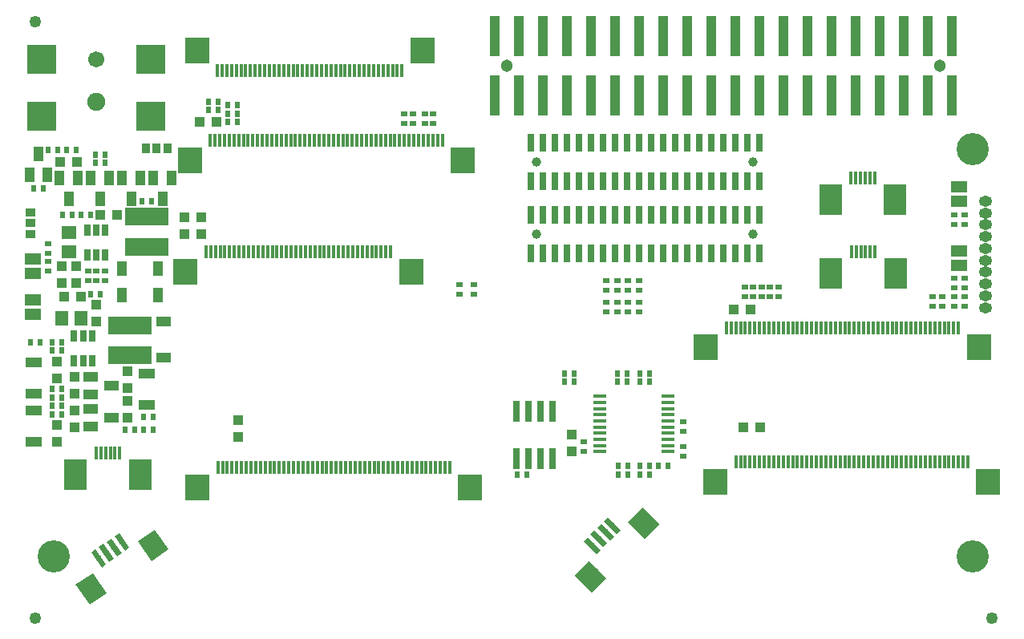
<source format=gbr>
G04 #@! TF.GenerationSoftware,KiCad,Pcbnew,5.1.0-rc2-unknown-036be7d~80~ubuntu16.04.1*
G04 #@! TF.CreationDate,2019-07-29T14:55:38+03:00*
G04 #@! TF.ProjectId,LCD-DRIVER_Rev_C,4c43442d-4452-4495-9645-525f5265765f,D*
G04 #@! TF.SameCoordinates,Original*
G04 #@! TF.FileFunction,Soldermask,Bot*
G04 #@! TF.FilePolarity,Negative*
%FSLAX46Y46*%
G04 Gerber Fmt 4.6, Leading zero omitted, Abs format (unit mm)*
G04 Created by KiCad (PCBNEW 5.1.0-rc2-unknown-036be7d~80~ubuntu16.04.1) date 2019-07-29 14:55:38*
%MOMM*%
%LPD*%
G04 APERTURE LIST*
%ADD10R,1.117600X1.117600*%
%ADD11C,3.401600*%
%ADD12C,1.001600*%
%ADD13R,0.801600X1.901600*%
%ADD14R,1.701800X1.270000*%
%ADD15C,1.301600*%
%ADD16R,1.101600X4.351600*%
%ADD17C,1.901600*%
%ADD18C,1.701600*%
%ADD19R,3.101600X3.101600*%
%ADD20O,1.401600X1.101600*%
%ADD21R,0.601600X0.651600*%
%ADD22R,2.501600X2.701600*%
%ADD23R,0.351600X1.401600*%
%ADD24R,1.117600X0.863600*%
%ADD25R,0.651600X0.601600*%
%ADD26R,1.625600X1.371600*%
%ADD27R,1.371600X1.625600*%
%ADD28R,0.863600X1.117600*%
%ADD29R,1.801600X1.101600*%
%ADD30R,1.101600X1.501600*%
%ADD31R,1.501600X1.101600*%
%ADD32C,1.254000*%
%ADD33R,2.380000X3.180000*%
%ADD34C,2.180000*%
%ADD35C,0.200000*%
%ADD36C,0.601600*%
%ADD37R,1.371600X0.426600*%
%ADD38R,0.701600X2.301600*%
%ADD39R,0.651600X1.301600*%
%ADD40R,4.601600X1.851600*%
G04 APERTURE END LIST*
D10*
X81280000Y-102108000D03*
X81280000Y-103886000D03*
D11*
X73500000Y-118500000D03*
X170500000Y-118500000D03*
X170500000Y-75500000D03*
D12*
X124460000Y-84455000D03*
D13*
X135255000Y-86487000D03*
X135255000Y-82423000D03*
X133985000Y-86487000D03*
X133985000Y-82423000D03*
X132715000Y-86487000D03*
X132715000Y-82423000D03*
X131445000Y-86487000D03*
X131445000Y-82423000D03*
X130175000Y-86487000D03*
X130175000Y-82423000D03*
X128905000Y-86487000D03*
X128905000Y-82423000D03*
X127635000Y-86487000D03*
X127635000Y-82423000D03*
X126365000Y-86487000D03*
X126365000Y-82423000D03*
X125095000Y-86487000D03*
X125095000Y-82423000D03*
X123825000Y-86487000D03*
X123825000Y-82423000D03*
X136525000Y-82423000D03*
X136525000Y-86487000D03*
X137795000Y-82423000D03*
X137795000Y-86487000D03*
X139065000Y-82423000D03*
X139065000Y-86487000D03*
X140335000Y-82423000D03*
X140335000Y-86487000D03*
X141605000Y-82423000D03*
X141605000Y-86487000D03*
X142875000Y-82423000D03*
X142875000Y-86487000D03*
X144145000Y-82423000D03*
X144145000Y-86487000D03*
X145415000Y-82423000D03*
X145415000Y-86487000D03*
X146685000Y-82423000D03*
X146685000Y-86487000D03*
X147955000Y-82423000D03*
X147955000Y-86487000D03*
D12*
X147320000Y-84455000D03*
X124460000Y-76835000D03*
D13*
X135255000Y-74803000D03*
X135255000Y-78867000D03*
X133985000Y-74803000D03*
X133985000Y-78867000D03*
X132715000Y-74803000D03*
X132715000Y-78867000D03*
X131445000Y-74803000D03*
X131445000Y-78867000D03*
X130175000Y-74803000D03*
X130175000Y-78867000D03*
X128905000Y-74803000D03*
X128905000Y-78867000D03*
X127635000Y-74803000D03*
X127635000Y-78867000D03*
X126365000Y-74803000D03*
X126365000Y-78867000D03*
X125095000Y-74803000D03*
X125095000Y-78867000D03*
X123825000Y-74803000D03*
X123825000Y-78867000D03*
X136525000Y-78867000D03*
X136525000Y-74803000D03*
X137795000Y-78867000D03*
X137795000Y-74803000D03*
X139065000Y-78867000D03*
X139065000Y-74803000D03*
X140335000Y-78867000D03*
X140335000Y-74803000D03*
X141605000Y-78867000D03*
X141605000Y-74803000D03*
X142875000Y-78867000D03*
X142875000Y-74803000D03*
X144145000Y-78867000D03*
X144145000Y-74803000D03*
X145415000Y-78867000D03*
X145415000Y-74803000D03*
X146685000Y-78867000D03*
X146685000Y-74803000D03*
X147955000Y-78867000D03*
X147955000Y-74803000D03*
D12*
X147320000Y-76835000D03*
D14*
X71247000Y-92964000D03*
X71247000Y-92964000D03*
X71247000Y-91440000D03*
D15*
X167005000Y-66675000D03*
X121285000Y-66675000D03*
D16*
X168275000Y-69800000D03*
X168275000Y-63550000D03*
X165735000Y-69800000D03*
X165735000Y-63550000D03*
X163195000Y-69800000D03*
X163195000Y-63550000D03*
X160655000Y-69800000D03*
X160655000Y-63550000D03*
X158115000Y-69800000D03*
X158115000Y-63550000D03*
X155575000Y-69800000D03*
X155575000Y-63550000D03*
X153035000Y-69800000D03*
X153035000Y-63550000D03*
X150495000Y-69800000D03*
X150495000Y-63550000D03*
X147955000Y-69800000D03*
X147955000Y-63550000D03*
X145415000Y-69800000D03*
X145415000Y-63550000D03*
X142875000Y-69800000D03*
X142875000Y-63550000D03*
X140335000Y-69800000D03*
X140335000Y-63550000D03*
X137795000Y-69800000D03*
X137795000Y-63550000D03*
X135255000Y-69800000D03*
X135255000Y-63550000D03*
X132715000Y-69800000D03*
X132715000Y-63550000D03*
X130175000Y-69800000D03*
X130175000Y-63550000D03*
X127635000Y-69800000D03*
X127635000Y-63550000D03*
X125095000Y-69800000D03*
X125095000Y-63550000D03*
X122555000Y-69800000D03*
X122555000Y-63550000D03*
X120015000Y-69800000D03*
X120015000Y-63550000D03*
D17*
X77978000Y-70526000D03*
D18*
X77978000Y-66026000D03*
D19*
X83728000Y-66026000D03*
X83728000Y-72026000D03*
X72228000Y-66026000D03*
X72228000Y-72026000D03*
D20*
X171831000Y-80989000D03*
X171831000Y-82239000D03*
X171831000Y-83489000D03*
X171831000Y-84739000D03*
X171831000Y-85989000D03*
X171831000Y-87239000D03*
X171831000Y-88489000D03*
X171831000Y-89739000D03*
X171831000Y-90989000D03*
X171831000Y-92239000D03*
D21*
X82042000Y-105156000D03*
X81026000Y-105156000D03*
D22*
X111200000Y-88450000D03*
X87400000Y-88450000D03*
D23*
X109050000Y-86350000D03*
X108550000Y-86350000D03*
X108050000Y-86350000D03*
X107550000Y-86350000D03*
X107050000Y-86350000D03*
X106550000Y-86350000D03*
X106050000Y-86350000D03*
X105550000Y-86350000D03*
X105050000Y-86350000D03*
X104550000Y-86350000D03*
X104050000Y-86350000D03*
X103550000Y-86350000D03*
X103050000Y-86350000D03*
X102550000Y-86350000D03*
X102050000Y-86350000D03*
X101550000Y-86350000D03*
X101050000Y-86350000D03*
X100550000Y-86350000D03*
X100050000Y-86350000D03*
X99550000Y-86350000D03*
X99050000Y-86350000D03*
X98550000Y-86350000D03*
X98050000Y-86350000D03*
X97550000Y-86350000D03*
X97050000Y-86350000D03*
X96550000Y-86350000D03*
X96050000Y-86350000D03*
X95550000Y-86350000D03*
X95050000Y-86350000D03*
X94550000Y-86350000D03*
X94050000Y-86350000D03*
X93550000Y-86350000D03*
X93050000Y-86350000D03*
X92550000Y-86350000D03*
X92050000Y-86350000D03*
X91550000Y-86350000D03*
X91050000Y-86350000D03*
X90550000Y-86350000D03*
X90050000Y-86350000D03*
X89550000Y-86350000D03*
D24*
X70993000Y-84455000D03*
X70993000Y-83312000D03*
X70993000Y-82169000D03*
D10*
X88900000Y-72644000D03*
X90678000Y-72644000D03*
X87249000Y-84455000D03*
X89027000Y-84455000D03*
D25*
X110490000Y-72771000D03*
X110490000Y-71755000D03*
D10*
X87249000Y-82677000D03*
X89027000Y-82677000D03*
D21*
X83947000Y-105156000D03*
X82931000Y-105156000D03*
D10*
X145288000Y-92456000D03*
X147066000Y-92456000D03*
D25*
X166243000Y-92075000D03*
X166243000Y-91059000D03*
X129413000Y-107442000D03*
X129413000Y-106426000D03*
D10*
X128143000Y-105664000D03*
X128143000Y-107442000D03*
D25*
X139954000Y-106934000D03*
X139954000Y-107950000D03*
X139954000Y-104267000D03*
X139954000Y-105283000D03*
D21*
X77851000Y-76962000D03*
X78867000Y-76962000D03*
D10*
X73787000Y-104648000D03*
X73787000Y-106426000D03*
D26*
X75057000Y-84328000D03*
X75057000Y-86360000D03*
D21*
X123444000Y-109855000D03*
X122428000Y-109855000D03*
D10*
X75692000Y-103124000D03*
X75692000Y-104902000D03*
D27*
X74295000Y-93345000D03*
X76327000Y-93345000D03*
D10*
X74168000Y-76835000D03*
X75946000Y-76835000D03*
X74549000Y-91059000D03*
X76327000Y-91059000D03*
X81280000Y-100711000D03*
X81280000Y-98933000D03*
X75692000Y-99568000D03*
X75692000Y-101346000D03*
X80137000Y-82423000D03*
X78359000Y-82423000D03*
X73787000Y-99695000D03*
X73787000Y-97917000D03*
X77978000Y-91948000D03*
X77978000Y-93726000D03*
D28*
X85471000Y-75438000D03*
X84328000Y-75438000D03*
X83185000Y-75438000D03*
D29*
X83312000Y-102488000D03*
X83312000Y-99188000D03*
D30*
X81661000Y-80729000D03*
X82611000Y-78529000D03*
X80711000Y-78529000D03*
D29*
X71374000Y-103125000D03*
X71374000Y-106425000D03*
D31*
X79586000Y-103886000D03*
X77386000Y-102936000D03*
X77386000Y-104836000D03*
X79586000Y-100457000D03*
X77386000Y-99507000D03*
X77386000Y-101407000D03*
D29*
X71374000Y-101345000D03*
X71374000Y-98045000D03*
D30*
X77409040Y-78521560D03*
X79311500Y-78521560D03*
X78356460Y-80731360D03*
X74107040Y-78521560D03*
X76009500Y-78521560D03*
X75054460Y-80731360D03*
D32*
X71500000Y-62000000D03*
X71500000Y-125000000D03*
X172500000Y-125000000D03*
D14*
X169037000Y-81026000D03*
X169037000Y-79502000D03*
X169037000Y-79502000D03*
D33*
X155550000Y-88650000D03*
D23*
X160200000Y-86350000D03*
X159700000Y-86350000D03*
X159200000Y-86350000D03*
X158700000Y-86350000D03*
X158200000Y-86350000D03*
X157700000Y-86350000D03*
D33*
X162350000Y-88650000D03*
D22*
X111200000Y-88450000D03*
X87400000Y-88450000D03*
D23*
X109050000Y-86350000D03*
X108550000Y-86350000D03*
X108050000Y-86350000D03*
X107550000Y-86350000D03*
X107050000Y-86350000D03*
X106550000Y-86350000D03*
X106050000Y-86350000D03*
X105550000Y-86350000D03*
X105050000Y-86350000D03*
X104550000Y-86350000D03*
X104050000Y-86350000D03*
X103550000Y-86350000D03*
X103050000Y-86350000D03*
X102550000Y-86350000D03*
X102050000Y-86350000D03*
X101550000Y-86350000D03*
X101050000Y-86350000D03*
X100550000Y-86350000D03*
X100050000Y-86350000D03*
X99550000Y-86350000D03*
X99050000Y-86350000D03*
X98550000Y-86350000D03*
X98050000Y-86350000D03*
X97550000Y-86350000D03*
X97050000Y-86350000D03*
X96550000Y-86350000D03*
X96050000Y-86350000D03*
X95550000Y-86350000D03*
X95050000Y-86350000D03*
X94550000Y-86350000D03*
X94050000Y-86350000D03*
X93550000Y-86350000D03*
X93050000Y-86350000D03*
X92550000Y-86350000D03*
X92050000Y-86350000D03*
X91550000Y-86350000D03*
X91050000Y-86350000D03*
X90550000Y-86350000D03*
X90050000Y-86350000D03*
X89550000Y-86350000D03*
D33*
X155500000Y-80850000D03*
D23*
X160150000Y-78550000D03*
X159650000Y-78550000D03*
X159150000Y-78550000D03*
X158650000Y-78550000D03*
X158150000Y-78550000D03*
X157650000Y-78550000D03*
D33*
X162300000Y-80850000D03*
D23*
X110800000Y-109150000D03*
X112300000Y-109150000D03*
X111800000Y-109150000D03*
X114300000Y-109150000D03*
X113300000Y-109150000D03*
X112800000Y-109150000D03*
X114800000Y-109150000D03*
X115300000Y-109150000D03*
X111300000Y-109150000D03*
X113800000Y-109150000D03*
D22*
X117450000Y-111250000D03*
X88650000Y-111250000D03*
D23*
X110300000Y-109150000D03*
X109800000Y-109150000D03*
X109300000Y-109150000D03*
X108800000Y-109150000D03*
X108300000Y-109150000D03*
X107800000Y-109150000D03*
X107300000Y-109150000D03*
X106800000Y-109150000D03*
X106300000Y-109150000D03*
X105800000Y-109150000D03*
X105300000Y-109150000D03*
X104800000Y-109150000D03*
X104300000Y-109150000D03*
X103800000Y-109150000D03*
X103300000Y-109150000D03*
X102800000Y-109150000D03*
X102300000Y-109150000D03*
X101800000Y-109150000D03*
X101300000Y-109150000D03*
X100800000Y-109150000D03*
X100300000Y-109150000D03*
X99800000Y-109150000D03*
X99300000Y-109150000D03*
X98800000Y-109150000D03*
X98300000Y-109150000D03*
X97800000Y-109150000D03*
X97300000Y-109150000D03*
X96800000Y-109150000D03*
X96300000Y-109150000D03*
X95800000Y-109150000D03*
X95300000Y-109150000D03*
X94800000Y-109150000D03*
X94300000Y-109150000D03*
X93800000Y-109150000D03*
X93300000Y-109150000D03*
X92800000Y-109150000D03*
X92300000Y-109150000D03*
X91800000Y-109150000D03*
X91300000Y-109150000D03*
X90800000Y-109150000D03*
D34*
X83985132Y-117360487D03*
D35*
G36*
X84138094Y-115678583D02*
G01*
X85617921Y-117791995D01*
X83832170Y-119042391D01*
X82352343Y-116928979D01*
X84138094Y-115678583D01*
X84138094Y-115678583D01*
G37*
D36*
X78217928Y-118713023D03*
D35*
G36*
X77918972Y-117761641D02*
G01*
X79009685Y-119319341D01*
X78516884Y-119664405D01*
X77426171Y-118106705D01*
X77918972Y-117761641D01*
X77918972Y-117761641D01*
G37*
D36*
X79037080Y-118139446D03*
D35*
G36*
X78738124Y-117188064D02*
G01*
X79828837Y-118745764D01*
X79336036Y-119090828D01*
X78245323Y-117533128D01*
X78738124Y-117188064D01*
X78738124Y-117188064D01*
G37*
D36*
X79856232Y-117565870D03*
D35*
G36*
X79557276Y-116614488D02*
G01*
X80647989Y-118172188D01*
X80155188Y-118517252D01*
X79064475Y-116959552D01*
X79557276Y-116614488D01*
X79557276Y-116614488D01*
G37*
D36*
X80675384Y-116992293D03*
D35*
G36*
X80376428Y-116040911D02*
G01*
X81467141Y-117598611D01*
X80974340Y-117943675D01*
X79883627Y-116385975D01*
X80376428Y-116040911D01*
X80376428Y-116040911D01*
G37*
D34*
X77431916Y-121949098D03*
D35*
G36*
X77584878Y-120267194D02*
G01*
X79064705Y-122380606D01*
X77278954Y-123631002D01*
X75799127Y-121517590D01*
X77584878Y-120267194D01*
X77584878Y-120267194D01*
G37*
D33*
X75800000Y-109900000D03*
D23*
X80450000Y-107600000D03*
X79950000Y-107600000D03*
X79450000Y-107600000D03*
X78950000Y-107600000D03*
X78450000Y-107600000D03*
X77950000Y-107600000D03*
D33*
X82600000Y-109900000D03*
D23*
X164500000Y-94350000D03*
X166000000Y-94350000D03*
X165500000Y-94350000D03*
X168000000Y-94350000D03*
X167000000Y-94350000D03*
X166500000Y-94350000D03*
X168500000Y-94350000D03*
X169000000Y-94350000D03*
X165000000Y-94350000D03*
X167500000Y-94350000D03*
D22*
X171150000Y-96450000D03*
X142350000Y-96450000D03*
D23*
X164000000Y-94350000D03*
X163500000Y-94350000D03*
X163000000Y-94350000D03*
X162500000Y-94350000D03*
X162000000Y-94350000D03*
X161500000Y-94350000D03*
X161000000Y-94350000D03*
X160500000Y-94350000D03*
X160000000Y-94350000D03*
X159500000Y-94350000D03*
X159000000Y-94350000D03*
X158500000Y-94350000D03*
X158000000Y-94350000D03*
X157500000Y-94350000D03*
X157000000Y-94350000D03*
X156500000Y-94350000D03*
X156000000Y-94350000D03*
X155500000Y-94350000D03*
X155000000Y-94350000D03*
X154500000Y-94350000D03*
X154000000Y-94350000D03*
X153500000Y-94350000D03*
X153000000Y-94350000D03*
X152500000Y-94350000D03*
X152000000Y-94350000D03*
X151500000Y-94350000D03*
X151000000Y-94350000D03*
X150500000Y-94350000D03*
X150000000Y-94350000D03*
X149500000Y-94350000D03*
X149000000Y-94350000D03*
X148500000Y-94350000D03*
X148000000Y-94350000D03*
X147500000Y-94350000D03*
X147000000Y-94350000D03*
X146500000Y-94350000D03*
X146000000Y-94350000D03*
X145500000Y-94350000D03*
X145000000Y-94350000D03*
X144500000Y-94350000D03*
D34*
X135762742Y-115005887D03*
D35*
G36*
X135621321Y-113322973D02*
G01*
X137445656Y-115147308D01*
X135904163Y-116688801D01*
X134079828Y-114864466D01*
X135621321Y-113322973D01*
X135621321Y-113322973D01*
G37*
D36*
X130318019Y-117339340D03*
D35*
G36*
X129858400Y-116454325D02*
G01*
X131203034Y-117798959D01*
X130777638Y-118224355D01*
X129433004Y-116879721D01*
X129858400Y-116454325D01*
X129858400Y-116454325D01*
G37*
D36*
X131025126Y-116632233D03*
D35*
G36*
X130565507Y-115747218D02*
G01*
X131910141Y-117091852D01*
X131484745Y-117517248D01*
X130140111Y-116172614D01*
X130565507Y-115747218D01*
X130565507Y-115747218D01*
G37*
D36*
X131732233Y-115925126D03*
D35*
G36*
X131272614Y-115040111D02*
G01*
X132617248Y-116384745D01*
X132191852Y-116810141D01*
X130847218Y-115465507D01*
X131272614Y-115040111D01*
X131272614Y-115040111D01*
G37*
D36*
X132439340Y-115218019D03*
D35*
G36*
X131979721Y-114333004D02*
G01*
X133324355Y-115677638D01*
X132898959Y-116103034D01*
X131554325Y-114758400D01*
X131979721Y-114333004D01*
X131979721Y-114333004D01*
G37*
D34*
X130105887Y-120662742D03*
D35*
G36*
X129964466Y-118979828D02*
G01*
X131788801Y-120804163D01*
X130247308Y-122345656D01*
X128422973Y-120521321D01*
X129964466Y-118979828D01*
X129964466Y-118979828D01*
G37*
D21*
X92837000Y-72644000D03*
X91821000Y-72644000D03*
X92837000Y-71755000D03*
X91821000Y-71755000D03*
X92837000Y-70866000D03*
X91821000Y-70866000D03*
X89789000Y-70485000D03*
X90805000Y-70485000D03*
X89789000Y-71374000D03*
X90805000Y-71374000D03*
D25*
X111379000Y-72771000D03*
X111379000Y-71755000D03*
X112649000Y-72771000D03*
X112649000Y-71755000D03*
X113538000Y-72771000D03*
X113538000Y-71755000D03*
X117856000Y-90805000D03*
X117856000Y-89789000D03*
X116332000Y-90805000D03*
X116332000Y-89789000D03*
X169672000Y-83439000D03*
X169672000Y-82423000D03*
X168529000Y-82423000D03*
X168529000Y-83439000D03*
X169672000Y-90170000D03*
X169672000Y-89154000D03*
X168529000Y-89154000D03*
X168529000Y-90170000D03*
D21*
X82931000Y-103759000D03*
X83947000Y-103759000D03*
D25*
X146431000Y-91059000D03*
X146431000Y-90043000D03*
X147320000Y-91059000D03*
X147320000Y-90043000D03*
X148209000Y-91059000D03*
X148209000Y-90043000D03*
X149098000Y-91059000D03*
X149098000Y-90043000D03*
X149987000Y-91059000D03*
X149987000Y-90043000D03*
X167259000Y-92075000D03*
X167259000Y-91059000D03*
X169672000Y-92075000D03*
X169672000Y-91059000D03*
X168529000Y-92075000D03*
X168529000Y-91059000D03*
D21*
X138303000Y-108966000D03*
X137287000Y-108966000D03*
X132969000Y-100076000D03*
X133985000Y-100076000D03*
X132969000Y-99187000D03*
X133985000Y-99187000D03*
X133096000Y-109855000D03*
X134112000Y-109855000D03*
X133096000Y-108966000D03*
X134112000Y-108966000D03*
X136398000Y-108966000D03*
X135382000Y-108966000D03*
X136398000Y-109855000D03*
X135382000Y-109855000D03*
X136398000Y-99187000D03*
X135382000Y-99187000D03*
X136398000Y-100076000D03*
X135382000Y-100076000D03*
X78867000Y-76073000D03*
X77851000Y-76073000D03*
X73279000Y-103505000D03*
X74295000Y-103505000D03*
X82804000Y-81026000D03*
X83820000Y-81026000D03*
X70993000Y-95885000D03*
X72009000Y-95885000D03*
X73279000Y-102616000D03*
X74295000Y-102616000D03*
D25*
X77089000Y-89408000D03*
X77089000Y-88392000D03*
D21*
X75819000Y-75565000D03*
X74803000Y-75565000D03*
D25*
X77978000Y-89408000D03*
X77978000Y-88392000D03*
D21*
X73279000Y-95885000D03*
X74295000Y-95885000D03*
X74295000Y-96774000D03*
X73279000Y-96774000D03*
D25*
X78867000Y-88392000D03*
X78867000Y-89408000D03*
D21*
X78359000Y-90805000D03*
X77343000Y-90805000D03*
X76327000Y-82423000D03*
X77343000Y-82423000D03*
X75438000Y-82423000D03*
X74422000Y-82423000D03*
D25*
X135255000Y-91694000D03*
X135255000Y-92710000D03*
X135255000Y-90424000D03*
X135255000Y-89408000D03*
X134112000Y-91694000D03*
X134112000Y-92710000D03*
X134112000Y-90424000D03*
X134112000Y-89408000D03*
D21*
X73279000Y-101727000D03*
X74295000Y-101727000D03*
D25*
X132969000Y-91694000D03*
X132969000Y-92710000D03*
X132969000Y-90424000D03*
X132969000Y-89408000D03*
D21*
X73279000Y-100838000D03*
X74295000Y-100838000D03*
D25*
X131826000Y-91694000D03*
X131826000Y-92710000D03*
X131826000Y-90424000D03*
X131826000Y-89408000D03*
D30*
X84013040Y-78521560D03*
X85915500Y-78521560D03*
X84960460Y-80731360D03*
D14*
X169037000Y-87757000D03*
X169037000Y-86233000D03*
X169037000Y-86233000D03*
D37*
X131127500Y-107446000D03*
X131127500Y-106796000D03*
X131127500Y-106146000D03*
X131127500Y-105496000D03*
X131127500Y-104846000D03*
X131127500Y-104196000D03*
X131127500Y-103546000D03*
X131127500Y-102896000D03*
X131127500Y-102246000D03*
X131127500Y-101596000D03*
X138366500Y-101596000D03*
X138366500Y-102246000D03*
X138366500Y-102896000D03*
X138366500Y-103546000D03*
X138366500Y-104196000D03*
X138366500Y-104846000D03*
X138366500Y-105496000D03*
X138366500Y-106146000D03*
X138366500Y-106796000D03*
X138366500Y-107446000D03*
D38*
X122301000Y-108164000D03*
X123571000Y-108164000D03*
X124841000Y-108164000D03*
X126111000Y-108164000D03*
X126111000Y-103164000D03*
X124841000Y-103164000D03*
X123571000Y-103164000D03*
X122301000Y-103164000D03*
D39*
X78928000Y-84043900D03*
X77978000Y-84043900D03*
X77028000Y-84043900D03*
X77028000Y-86644100D03*
X77978000Y-86644100D03*
X78928000Y-86644100D03*
X77531000Y-95219900D03*
X76581000Y-95219900D03*
X75631000Y-95219900D03*
X75631000Y-97820100D03*
X76581000Y-97820100D03*
X77531000Y-97820100D03*
D14*
X71247000Y-88646000D03*
X71247000Y-88646000D03*
X71247000Y-87122000D03*
D23*
X110000000Y-74550000D03*
X111500000Y-74550000D03*
X111000000Y-74550000D03*
X113500000Y-74550000D03*
X112500000Y-74550000D03*
X112000000Y-74550000D03*
X114000000Y-74550000D03*
X114500000Y-74550000D03*
X110500000Y-74550000D03*
X113000000Y-74550000D03*
D22*
X116650000Y-76650000D03*
X87850000Y-76650000D03*
D23*
X109500000Y-74550000D03*
X109000000Y-74550000D03*
X108500000Y-74550000D03*
X108000000Y-74550000D03*
X107500000Y-74550000D03*
X107000000Y-74550000D03*
X106500000Y-74550000D03*
X106000000Y-74550000D03*
X105500000Y-74550000D03*
X105000000Y-74550000D03*
X104500000Y-74550000D03*
X104000000Y-74550000D03*
X103500000Y-74550000D03*
X103000000Y-74550000D03*
X102500000Y-74550000D03*
X102000000Y-74550000D03*
X101500000Y-74550000D03*
X101000000Y-74550000D03*
X100500000Y-74550000D03*
X100000000Y-74550000D03*
X99500000Y-74550000D03*
X99000000Y-74550000D03*
X98500000Y-74550000D03*
X98000000Y-74550000D03*
X97500000Y-74550000D03*
X97000000Y-74550000D03*
X96500000Y-74550000D03*
X96000000Y-74550000D03*
X95500000Y-74550000D03*
X95000000Y-74550000D03*
X94500000Y-74550000D03*
X94000000Y-74550000D03*
X93500000Y-74550000D03*
X93000000Y-74550000D03*
X92500000Y-74550000D03*
X92000000Y-74550000D03*
X91500000Y-74550000D03*
X91000000Y-74550000D03*
X90500000Y-74550000D03*
X90000000Y-74550000D03*
X165500000Y-108550000D03*
X167000000Y-108550000D03*
X166500000Y-108550000D03*
X169000000Y-108550000D03*
X168000000Y-108550000D03*
X167500000Y-108550000D03*
X169500000Y-108550000D03*
X170000000Y-108550000D03*
X166000000Y-108550000D03*
X168500000Y-108550000D03*
D22*
X172150000Y-110650000D03*
X143350000Y-110650000D03*
D23*
X165000000Y-108550000D03*
X164500000Y-108550000D03*
X164000000Y-108550000D03*
X163500000Y-108550000D03*
X163000000Y-108550000D03*
X162500000Y-108550000D03*
X162000000Y-108550000D03*
X161500000Y-108550000D03*
X161000000Y-108550000D03*
X160500000Y-108550000D03*
X160000000Y-108550000D03*
X159500000Y-108550000D03*
X159000000Y-108550000D03*
X158500000Y-108550000D03*
X158000000Y-108550000D03*
X157500000Y-108550000D03*
X157000000Y-108550000D03*
X156500000Y-108550000D03*
X156000000Y-108550000D03*
X155500000Y-108550000D03*
X155000000Y-108550000D03*
X154500000Y-108550000D03*
X154000000Y-108550000D03*
X153500000Y-108550000D03*
X153000000Y-108550000D03*
X152500000Y-108550000D03*
X152000000Y-108550000D03*
X151500000Y-108550000D03*
X151000000Y-108550000D03*
X150500000Y-108550000D03*
X150000000Y-108550000D03*
X149500000Y-108550000D03*
X149000000Y-108550000D03*
X148500000Y-108550000D03*
X148000000Y-108550000D03*
X147500000Y-108550000D03*
X147000000Y-108550000D03*
X146500000Y-108550000D03*
X146000000Y-108550000D03*
X145500000Y-108550000D03*
D22*
X88600000Y-65066000D03*
X112400000Y-65066000D03*
D23*
X90750000Y-67166000D03*
X91250000Y-67166000D03*
X91750000Y-67166000D03*
X92250000Y-67166000D03*
X92750000Y-67166000D03*
X93250000Y-67166000D03*
X93750000Y-67166000D03*
X94250000Y-67166000D03*
X94750000Y-67166000D03*
X95250000Y-67166000D03*
X95750000Y-67166000D03*
X96250000Y-67166000D03*
X96750000Y-67166000D03*
X97250000Y-67166000D03*
X97750000Y-67166000D03*
X98250000Y-67166000D03*
X98750000Y-67166000D03*
X99250000Y-67166000D03*
X99750000Y-67166000D03*
X100250000Y-67166000D03*
X100750000Y-67166000D03*
X101250000Y-67166000D03*
X101750000Y-67166000D03*
X102250000Y-67166000D03*
X102750000Y-67166000D03*
X103250000Y-67166000D03*
X103750000Y-67166000D03*
X104250000Y-67166000D03*
X104750000Y-67166000D03*
X105250000Y-67166000D03*
X105750000Y-67166000D03*
X106250000Y-67166000D03*
X106750000Y-67166000D03*
X107250000Y-67166000D03*
X107750000Y-67166000D03*
X108250000Y-67166000D03*
X108750000Y-67166000D03*
X109250000Y-67166000D03*
X109750000Y-67166000D03*
X110250000Y-67166000D03*
D10*
X92964000Y-104140000D03*
X92964000Y-105918000D03*
X146304000Y-104902000D03*
X148082000Y-104902000D03*
D21*
X128397000Y-100076000D03*
X127381000Y-100076000D03*
X128397000Y-99187000D03*
X127381000Y-99187000D03*
D10*
X74295000Y-89662000D03*
X74295000Y-87884000D03*
X75819000Y-87884000D03*
X75819000Y-89662000D03*
D30*
X71884540Y-75986640D03*
X70929500Y-78196440D03*
X72831960Y-78196440D03*
D21*
X71374000Y-79629000D03*
X72390000Y-79629000D03*
X73914000Y-75565000D03*
X72898000Y-75565000D03*
D40*
X83312000Y-82601000D03*
X83312000Y-85801000D03*
X81534000Y-97294500D03*
X81534000Y-94094500D03*
D25*
X72898000Y-88392000D03*
X72898000Y-87376000D03*
X72898000Y-86487000D03*
X72898000Y-85471000D03*
D30*
X80650000Y-88138000D03*
X84450000Y-88138000D03*
D31*
X85090000Y-93731000D03*
X85090000Y-97531000D03*
D30*
X80650000Y-90932000D03*
X84450000Y-90932000D03*
M02*

</source>
